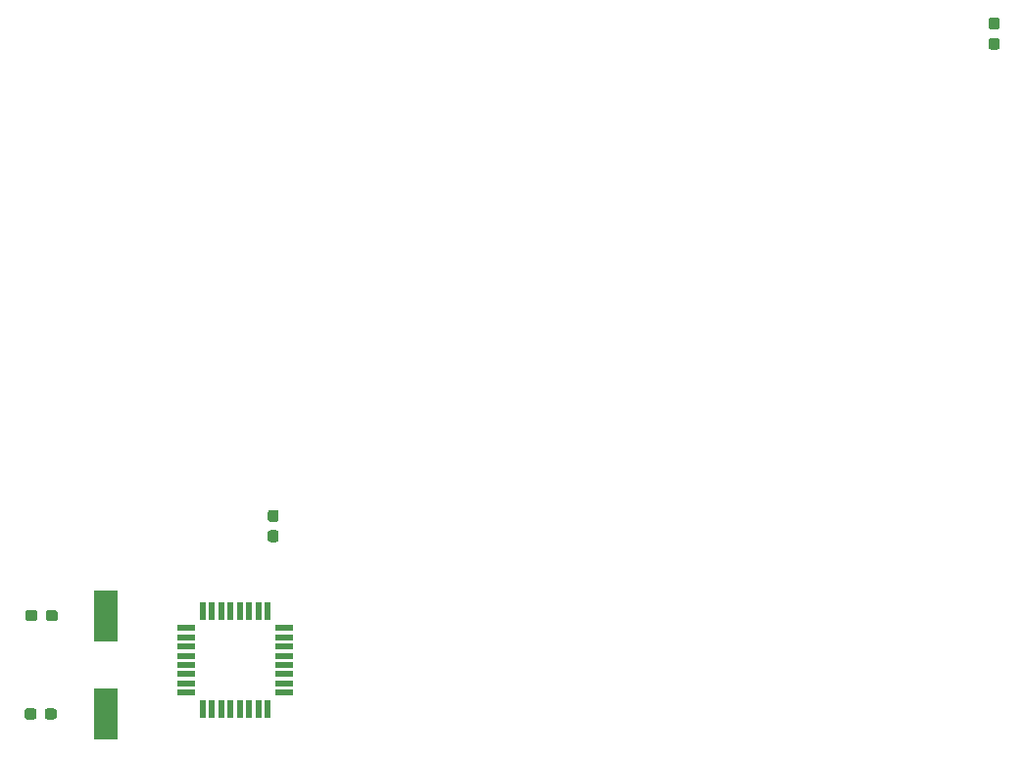
<source format=gtp>
G04 #@! TF.GenerationSoftware,KiCad,Pcbnew,(5.1.6)-1*
G04 #@! TF.CreationDate,2021-11-02T04:41:39+01:00*
G04 #@! TF.ProjectId,SLAVE,534c4156-452e-46b6-9963-61645f706362,V1*
G04 #@! TF.SameCoordinates,Original*
G04 #@! TF.FileFunction,Paste,Top*
G04 #@! TF.FilePolarity,Positive*
%FSLAX46Y46*%
G04 Gerber Fmt 4.6, Leading zero omitted, Abs format (unit mm)*
G04 Created by KiCad (PCBNEW (5.1.6)-1) date 2021-11-02 04:41:39*
%MOMM*%
%LPD*%
G01*
G04 APERTURE LIST*
%ADD10R,0.550000X1.600000*%
%ADD11R,1.600000X0.550000*%
%ADD12R,2.000000X4.500000*%
G04 APERTURE END LIST*
G36*
G01*
X106970000Y-126212500D02*
X106970000Y-126687500D01*
G75*
G02*
X106732500Y-126925000I-237500J0D01*
G01*
X106157500Y-126925000D01*
G75*
G02*
X105920000Y-126687500I0J237500D01*
G01*
X105920000Y-126212500D01*
G75*
G02*
X106157500Y-125975000I237500J0D01*
G01*
X106732500Y-125975000D01*
G75*
G02*
X106970000Y-126212500I0J-237500D01*
G01*
G37*
G36*
G01*
X105220000Y-126212500D02*
X105220000Y-126687500D01*
G75*
G02*
X104982500Y-126925000I-237500J0D01*
G01*
X104407500Y-126925000D01*
G75*
G02*
X104170000Y-126687500I0J237500D01*
G01*
X104170000Y-126212500D01*
G75*
G02*
X104407500Y-125975000I237500J0D01*
G01*
X104982500Y-125975000D01*
G75*
G02*
X105220000Y-126212500I0J-237500D01*
G01*
G37*
G36*
G01*
X105310000Y-117712500D02*
X105310000Y-118187500D01*
G75*
G02*
X105072500Y-118425000I-237500J0D01*
G01*
X104497500Y-118425000D01*
G75*
G02*
X104260000Y-118187500I0J237500D01*
G01*
X104260000Y-117712500D01*
G75*
G02*
X104497500Y-117475000I237500J0D01*
G01*
X105072500Y-117475000D01*
G75*
G02*
X105310000Y-117712500I0J-237500D01*
G01*
G37*
G36*
G01*
X107060000Y-117712500D02*
X107060000Y-118187500D01*
G75*
G02*
X106822500Y-118425000I-237500J0D01*
G01*
X106247500Y-118425000D01*
G75*
G02*
X106010000Y-118187500I0J237500D01*
G01*
X106010000Y-117712500D01*
G75*
G02*
X106247500Y-117475000I237500J0D01*
G01*
X106822500Y-117475000D01*
G75*
G02*
X107060000Y-117712500I0J-237500D01*
G01*
G37*
G36*
G01*
X125432500Y-110560000D02*
X125907500Y-110560000D01*
G75*
G02*
X126145000Y-110797500I0J-237500D01*
G01*
X126145000Y-111372500D01*
G75*
G02*
X125907500Y-111610000I-237500J0D01*
G01*
X125432500Y-111610000D01*
G75*
G02*
X125195000Y-111372500I0J237500D01*
G01*
X125195000Y-110797500D01*
G75*
G02*
X125432500Y-110560000I237500J0D01*
G01*
G37*
G36*
G01*
X125432500Y-108810000D02*
X125907500Y-108810000D01*
G75*
G02*
X126145000Y-109047500I0J-237500D01*
G01*
X126145000Y-109622500D01*
G75*
G02*
X125907500Y-109860000I-237500J0D01*
G01*
X125432500Y-109860000D01*
G75*
G02*
X125195000Y-109622500I0J237500D01*
G01*
X125195000Y-109047500D01*
G75*
G02*
X125432500Y-108810000I237500J0D01*
G01*
G37*
G36*
G01*
X188197500Y-69040000D02*
X187722500Y-69040000D01*
G75*
G02*
X187485000Y-68802500I0J237500D01*
G01*
X187485000Y-68227500D01*
G75*
G02*
X187722500Y-67990000I237500J0D01*
G01*
X188197500Y-67990000D01*
G75*
G02*
X188435000Y-68227500I0J-237500D01*
G01*
X188435000Y-68802500D01*
G75*
G02*
X188197500Y-69040000I-237500J0D01*
G01*
G37*
G36*
G01*
X188197500Y-67290000D02*
X187722500Y-67290000D01*
G75*
G02*
X187485000Y-67052500I0J237500D01*
G01*
X187485000Y-66477500D01*
G75*
G02*
X187722500Y-66240000I237500J0D01*
G01*
X188197500Y-66240000D01*
G75*
G02*
X188435000Y-66477500I0J-237500D01*
G01*
X188435000Y-67052500D01*
G75*
G02*
X188197500Y-67290000I-237500J0D01*
G01*
G37*
D10*
X119580000Y-117570000D03*
X120380000Y-117570000D03*
X121180000Y-117570000D03*
X121980000Y-117570000D03*
X122780000Y-117570000D03*
X123580000Y-117570000D03*
X124380000Y-117570000D03*
X125180000Y-117570000D03*
D11*
X126630000Y-119020000D03*
X126630000Y-119820000D03*
X126630000Y-120620000D03*
X126630000Y-121420000D03*
X126630000Y-122220000D03*
X126630000Y-123020000D03*
X126630000Y-123820000D03*
X126630000Y-124620000D03*
D10*
X125180000Y-126070000D03*
X124380000Y-126070000D03*
X123580000Y-126070000D03*
X122780000Y-126070000D03*
X121980000Y-126070000D03*
X121180000Y-126070000D03*
X120380000Y-126070000D03*
X119580000Y-126070000D03*
D11*
X118130000Y-124620000D03*
X118130000Y-123820000D03*
X118130000Y-123020000D03*
X118130000Y-122220000D03*
X118130000Y-121420000D03*
X118130000Y-120620000D03*
X118130000Y-119820000D03*
X118130000Y-119020000D03*
D12*
X111180000Y-117950000D03*
X111180000Y-126450000D03*
M02*

</source>
